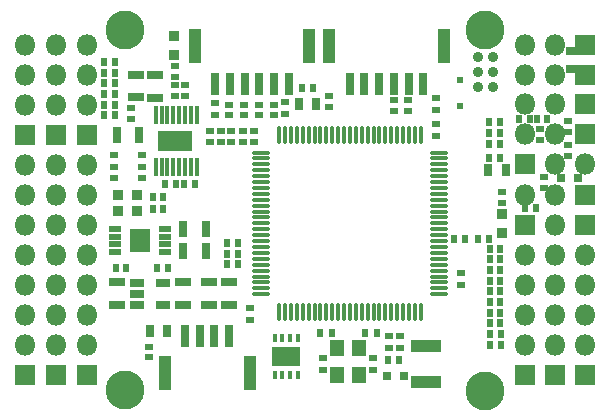
<source format=gbr>
G04 #@! TF.FileFunction,Soldermask,Top*
%FSLAX46Y46*%
G04 Gerber Fmt 4.6, Leading zero omitted, Abs format (unit mm)*
G04 Created by KiCad (PCBNEW 4.0.7-e2-6376~58~ubuntu16.04.1) date Mon Mar 12 00:56:02 2018*
%MOMM*%
%LPD*%
G01*
G04 APERTURE LIST*
%ADD10C,0.100000*%
%ADD11R,0.700000X0.800000*%
%ADD12R,1.800000X1.800000*%
%ADD13O,1.800000X1.800000*%
%ADD14R,1.400000X0.800000*%
%ADD15R,0.900000X0.900000*%
%ADD16R,0.800000X0.610000*%
%ADD17C,0.887400*%
%ADD18R,0.450000X0.750000*%
%ADD19R,1.300000X0.875000*%
%ADD20R,0.400000X1.500000*%
%ADD21R,2.950000X1.750000*%
%ADD22R,1.160000X0.750000*%
%ADD23R,0.990000X0.520000*%
%ADD24R,0.940000X1.040000*%
%ADD25R,0.800000X1.400000*%
%ADD26R,0.600000X0.600000*%
%ADD27C,3.300000*%
%ADD28R,0.700000X1.900000*%
%ADD29R,1.100000X2.900000*%
%ADD30R,2.600000X1.100000*%
%ADD31R,0.500000X0.650000*%
%ADD32O,0.350000X1.650000*%
%ADD33O,1.650000X0.350000*%
%ADD34R,1.150000X1.400000*%
%ADD35R,0.600000X0.700000*%
%ADD36R,0.700000X0.600000*%
%ADD37R,0.700000X1.000000*%
%ADD38R,0.650000X0.600000*%
%ADD39R,1.000000X0.700000*%
%ADD40R,0.700000X0.500000*%
%ADD41R,0.500000X0.700000*%
G04 APERTURE END LIST*
D10*
D11*
X68100000Y-32550000D03*
X66700000Y-32550000D03*
D12*
X68700000Y-36500000D03*
D13*
X68700000Y-39040000D03*
D12*
X63600000Y-36500000D03*
D13*
X63600000Y-39040000D03*
D12*
X21300000Y-28900000D03*
D13*
X21300000Y-26360000D03*
X21300000Y-23820000D03*
X21300000Y-21280000D03*
D12*
X23900000Y-28900000D03*
D13*
X23900000Y-26360000D03*
X23900000Y-23820000D03*
X23900000Y-21280000D03*
D12*
X26500000Y-28900000D03*
D13*
X26500000Y-26360000D03*
X26500000Y-23820000D03*
X26500000Y-21280000D03*
D14*
X36900000Y-41400000D03*
X36900000Y-43300000D03*
D15*
X61700000Y-37200000D03*
X61700000Y-35600000D03*
D16*
X28840000Y-30650000D03*
X28840000Y-31600000D03*
X28840000Y-32550000D03*
X31160000Y-32550000D03*
X31160000Y-31600000D03*
X31160000Y-30650000D03*
D12*
X68700000Y-49200000D03*
D13*
X68700000Y-46660000D03*
X68700000Y-44120000D03*
X68700000Y-41580000D03*
D12*
X66150000Y-49200000D03*
D13*
X66150000Y-46660000D03*
X66150000Y-44120000D03*
X66150000Y-41580000D03*
X66150000Y-39040000D03*
X66150000Y-36500000D03*
D12*
X63600000Y-49200000D03*
D13*
X63600000Y-46660000D03*
X63600000Y-44120000D03*
X63600000Y-41580000D03*
D12*
X68700000Y-21300000D03*
D13*
X66160000Y-21300000D03*
X63620000Y-21300000D03*
D12*
X68700000Y-23800000D03*
D13*
X66160000Y-23800000D03*
X63620000Y-23800000D03*
D12*
X68700000Y-26300000D03*
D13*
X66160000Y-26300000D03*
X63620000Y-26300000D03*
D12*
X68700000Y-28825000D03*
D13*
X66160000Y-28825000D03*
X63620000Y-28825000D03*
D12*
X63600000Y-31400000D03*
D13*
X66140000Y-31400000D03*
X68680000Y-31400000D03*
D12*
X68700000Y-34000000D03*
D13*
X66160000Y-34000000D03*
X63620000Y-34000000D03*
D12*
X21300000Y-49200000D03*
D13*
X21300000Y-46660000D03*
X21300000Y-44120000D03*
X21300000Y-41580000D03*
X21300000Y-39040000D03*
X21300000Y-36500000D03*
X21300000Y-33960000D03*
X21300000Y-31420000D03*
D12*
X23900000Y-49200000D03*
D13*
X23900000Y-46660000D03*
X23900000Y-44120000D03*
X23900000Y-41580000D03*
X23900000Y-39040000D03*
X23900000Y-36500000D03*
X23900000Y-33960000D03*
X23900000Y-31420000D03*
D12*
X26500000Y-49200000D03*
D13*
X26500000Y-46660000D03*
X26500000Y-44120000D03*
X26500000Y-41580000D03*
X26500000Y-39040000D03*
X26500000Y-36500000D03*
X26500000Y-33960000D03*
X26500000Y-31420000D03*
D17*
X60900000Y-24870000D03*
X59630000Y-24870000D03*
X60900000Y-23600000D03*
X59630000Y-23600000D03*
X60900000Y-22330000D03*
X59630000Y-22330000D03*
D15*
X33940000Y-22120000D03*
X33940000Y-20520000D03*
D18*
X44375000Y-46137500D03*
X43725000Y-46137500D03*
X43075000Y-46137500D03*
X42425000Y-46137500D03*
X42425000Y-49237500D03*
X43075000Y-49237500D03*
X43725000Y-49237500D03*
X44375000Y-49237500D03*
D19*
X42800000Y-48075000D03*
X44000000Y-48075000D03*
X42800000Y-47300000D03*
X44000000Y-47300000D03*
D11*
X53350000Y-49300000D03*
X51950000Y-49300000D03*
D20*
X32350000Y-31650000D03*
X32850000Y-31650000D03*
X33350000Y-31650000D03*
X33850000Y-31650000D03*
X34350000Y-31650000D03*
X34350000Y-27250000D03*
X33850000Y-27250000D03*
X33350000Y-27250000D03*
X32850000Y-27250000D03*
X32350000Y-27250000D03*
X34850000Y-31650000D03*
X35350000Y-31650000D03*
X35850000Y-31650000D03*
X34850000Y-27250000D03*
X35350000Y-27250000D03*
X35850000Y-27250000D03*
D21*
X34000000Y-29450000D03*
D22*
X30800000Y-41450000D03*
X30800000Y-42400000D03*
X30800000Y-43350000D03*
X33000000Y-43350000D03*
X33000000Y-41450000D03*
D23*
X28945000Y-36875000D03*
X28945000Y-37525000D03*
X28945000Y-38175000D03*
X28945000Y-38825000D03*
X33155000Y-38825000D03*
X33155000Y-38175000D03*
X33155000Y-37525000D03*
X33155000Y-36875000D03*
D24*
X31470000Y-38320000D03*
X31470000Y-37380000D03*
X30630000Y-38320000D03*
X30630000Y-37380000D03*
D25*
X29050000Y-28900000D03*
X30950000Y-28900000D03*
D15*
X29150000Y-34000000D03*
X30750000Y-34000000D03*
X29150000Y-35375000D03*
X30750000Y-35375000D03*
D26*
X58100000Y-26500000D03*
X58100000Y-24300000D03*
D27*
X60250000Y-50550000D03*
D28*
X34825000Y-45900000D03*
X36075000Y-45900000D03*
X37325000Y-45900000D03*
X38575000Y-45900000D03*
D29*
X40300000Y-49100000D03*
X33100000Y-49100000D03*
D27*
X29750000Y-50500000D03*
X60250000Y-20000000D03*
X29750000Y-20000000D03*
D28*
X43625000Y-24600000D03*
X42375000Y-24600000D03*
X41125000Y-24600000D03*
X39875000Y-24600000D03*
X38625000Y-24600000D03*
X37375000Y-24600000D03*
D29*
X35650000Y-21400000D03*
X45350000Y-21400000D03*
D28*
X55025000Y-24600000D03*
X53775000Y-24600000D03*
X52525000Y-24600000D03*
X51275000Y-24600000D03*
X50025000Y-24600000D03*
X48775000Y-24600000D03*
D29*
X47050000Y-21400000D03*
X56750000Y-21400000D03*
D30*
X55200000Y-46800000D03*
X55200000Y-49800000D03*
D31*
X63150000Y-27550000D03*
X64050000Y-27550000D03*
D32*
X42800000Y-43925000D03*
X43300000Y-43925000D03*
X43800000Y-43925000D03*
X44300000Y-43925000D03*
X44800000Y-43925000D03*
X45300000Y-43925000D03*
X45800000Y-43925000D03*
X46300000Y-43925000D03*
X46800000Y-43925000D03*
X47300000Y-43925000D03*
X47800000Y-43925000D03*
X48300000Y-43925000D03*
X48800000Y-43925000D03*
X49300000Y-43925000D03*
X49800000Y-43925000D03*
X50300000Y-43925000D03*
X50800000Y-43925000D03*
X51300000Y-43925000D03*
X51800000Y-43925000D03*
X52300000Y-43925000D03*
X52800000Y-43925000D03*
X53300000Y-43925000D03*
X53800000Y-43925000D03*
X54300000Y-43925000D03*
X54800000Y-43925000D03*
D33*
X56325000Y-42400000D03*
X56325000Y-41900000D03*
X56325000Y-41400000D03*
X56325000Y-40900000D03*
X56325000Y-40400000D03*
X56325000Y-39900000D03*
X56325000Y-39400000D03*
X56325000Y-38900000D03*
X56325000Y-38400000D03*
X56325000Y-37900000D03*
X56325000Y-37400000D03*
X56325000Y-36900000D03*
X56325000Y-36400000D03*
X56325000Y-35900000D03*
X56325000Y-35400000D03*
X56325000Y-34900000D03*
X56325000Y-34400000D03*
X56325000Y-33900000D03*
X56325000Y-33400000D03*
X56325000Y-32900000D03*
X56325000Y-32400000D03*
X56325000Y-31900000D03*
X56325000Y-31400000D03*
X56325000Y-30900000D03*
X56325000Y-30400000D03*
D32*
X54800000Y-28875000D03*
X54300000Y-28875000D03*
X53800000Y-28875000D03*
X53300000Y-28875000D03*
X52800000Y-28875000D03*
X52300000Y-28875000D03*
X51800000Y-28875000D03*
X51300000Y-28875000D03*
X50800000Y-28875000D03*
X50300000Y-28875000D03*
X49800000Y-28875000D03*
X49300000Y-28875000D03*
X48800000Y-28875000D03*
X48300000Y-28875000D03*
X47800000Y-28875000D03*
X47300000Y-28875000D03*
X46800000Y-28875000D03*
X46300000Y-28875000D03*
X45800000Y-28875000D03*
X45300000Y-28875000D03*
X44800000Y-28875000D03*
X44300000Y-28875000D03*
X43800000Y-28875000D03*
X43300000Y-28875000D03*
X42800000Y-28875000D03*
D33*
X41275000Y-30400000D03*
X41275000Y-30900000D03*
X41275000Y-31400000D03*
X41275000Y-31900000D03*
X41275000Y-32400000D03*
X41275000Y-32900000D03*
X41275000Y-33400000D03*
X41275000Y-33900000D03*
X41275000Y-34400000D03*
X41275000Y-34900000D03*
X41275000Y-35400000D03*
X41275000Y-35900000D03*
X41275000Y-36400000D03*
X41275000Y-36900000D03*
X41275000Y-37400000D03*
X41275000Y-37900000D03*
X41275000Y-38400000D03*
X41275000Y-38900000D03*
X41275000Y-39400000D03*
X41275000Y-39900000D03*
X41275000Y-40400000D03*
X41275000Y-40900000D03*
X41275000Y-41400000D03*
X41275000Y-41900000D03*
X41275000Y-42400000D03*
D34*
X47675000Y-46950000D03*
X49525000Y-49250000D03*
X49525000Y-46950000D03*
X47675000Y-49250000D03*
D35*
X46300000Y-45700000D03*
X47300000Y-45700000D03*
D36*
X52100000Y-46950000D03*
X52100000Y-45950000D03*
X53050000Y-46950000D03*
X53050000Y-45950000D03*
X58200000Y-40600000D03*
X58200000Y-41600000D03*
X56100000Y-28000000D03*
X56100000Y-29000000D03*
X43300000Y-26150000D03*
X43300000Y-27150000D03*
X40350000Y-43600000D03*
X40350000Y-44600000D03*
D25*
X34700000Y-36900000D03*
X36600000Y-36900000D03*
X34700000Y-38750000D03*
X36600000Y-38750000D03*
D35*
X50050000Y-45700000D03*
X51050000Y-45700000D03*
D37*
X62000000Y-31900000D03*
X60500000Y-31900000D03*
X44450000Y-26300000D03*
X45950000Y-26300000D03*
D14*
X29100000Y-41400000D03*
X29100000Y-43300000D03*
D36*
X46500000Y-48775000D03*
X46500000Y-47775000D03*
X50750000Y-47775000D03*
X50750000Y-48775000D03*
X37400000Y-27200000D03*
X37400000Y-26200000D03*
D14*
X34700000Y-41400000D03*
X34700000Y-43300000D03*
X38600000Y-41400000D03*
X38600000Y-43300000D03*
D36*
X67300000Y-28700000D03*
X67300000Y-27700000D03*
D38*
X64900000Y-28375000D03*
D36*
X64900000Y-29375000D03*
D39*
X67600000Y-21800000D03*
X67600000Y-23300000D03*
D37*
X33350000Y-45500000D03*
X31850000Y-45500000D03*
D36*
X30250000Y-27600000D03*
X30250000Y-26600000D03*
D14*
X30690000Y-23840000D03*
X30690000Y-25740000D03*
X32300000Y-23870000D03*
X32300000Y-25770000D03*
D35*
X44700000Y-24900000D03*
X45700000Y-24900000D03*
D36*
X56100000Y-25800000D03*
X56100000Y-26800000D03*
D40*
X47000000Y-26550000D03*
X47000000Y-25650000D03*
D41*
X60550000Y-37700000D03*
X59650000Y-37700000D03*
D40*
X61700000Y-33750000D03*
X61700000Y-34650000D03*
D41*
X34050000Y-33050000D03*
X33150000Y-33050000D03*
X34750000Y-33050000D03*
X35650000Y-33050000D03*
X32500000Y-40150000D03*
X33400000Y-40150000D03*
X28950000Y-40150000D03*
X29850000Y-40150000D03*
D40*
X33950000Y-25600000D03*
X33950000Y-24700000D03*
X34850000Y-25600000D03*
X34850000Y-24700000D03*
D41*
X57650000Y-37700000D03*
X58550000Y-37700000D03*
X38400000Y-38050000D03*
X39300000Y-38050000D03*
X52050000Y-48000000D03*
X52950000Y-48000000D03*
D40*
X40650000Y-29500000D03*
X40650000Y-28600000D03*
X39750000Y-29500000D03*
X39750000Y-28600000D03*
X38750000Y-29500000D03*
X38750000Y-28600000D03*
X37850000Y-29500000D03*
X37850000Y-28600000D03*
X36950000Y-29500000D03*
X36950000Y-28600000D03*
D41*
X32100000Y-34200000D03*
X33000000Y-34200000D03*
X32100000Y-35150000D03*
X33000000Y-35150000D03*
D40*
X65225000Y-33375000D03*
X65225000Y-32475000D03*
D41*
X64550000Y-35100000D03*
X63650000Y-35100000D03*
D40*
X33970000Y-23970000D03*
X33970000Y-23070000D03*
D41*
X28000000Y-22750000D03*
X28900000Y-22750000D03*
X28000000Y-23650000D03*
X28900000Y-23650000D03*
X28000000Y-26350000D03*
X28900000Y-26350000D03*
X28000000Y-24550000D03*
X28900000Y-24550000D03*
X28000000Y-25450000D03*
X28900000Y-25450000D03*
X28000000Y-27250000D03*
X28900000Y-27250000D03*
D40*
X67250000Y-30700000D03*
X67250000Y-29800000D03*
D41*
X65500000Y-27550000D03*
X64600000Y-27550000D03*
X61525000Y-39450000D03*
X60625000Y-39450000D03*
X61525000Y-40350000D03*
X60625000Y-40350000D03*
X60600000Y-30825000D03*
X61500000Y-30825000D03*
D40*
X38600000Y-26350000D03*
X38600000Y-27250000D03*
X39850000Y-26350000D03*
X39850000Y-27250000D03*
X41100000Y-26350000D03*
X41100000Y-27250000D03*
X42350000Y-26350000D03*
X42350000Y-27250000D03*
D41*
X61525000Y-38550000D03*
X60625000Y-38550000D03*
X61525000Y-41250000D03*
X60625000Y-41250000D03*
X61525000Y-42150000D03*
X60625000Y-42150000D03*
X61525000Y-43950000D03*
X60625000Y-43950000D03*
X61500000Y-27850000D03*
X60600000Y-27850000D03*
D40*
X31800000Y-47750000D03*
X31800000Y-46850000D03*
D41*
X61500000Y-29650000D03*
X60600000Y-29650000D03*
X61500000Y-28750000D03*
X60600000Y-28750000D03*
X39300000Y-39850000D03*
X38400000Y-39850000D03*
X39300000Y-38950000D03*
X38400000Y-38950000D03*
X61525000Y-43050000D03*
X60625000Y-43050000D03*
X61525000Y-44850000D03*
X60625000Y-44850000D03*
X61550000Y-45750000D03*
X60650000Y-45750000D03*
X61550000Y-46700000D03*
X60650000Y-46700000D03*
D40*
X52500000Y-25950000D03*
X52500000Y-26850000D03*
X53750000Y-25950000D03*
X53750000Y-26850000D03*
M02*

</source>
